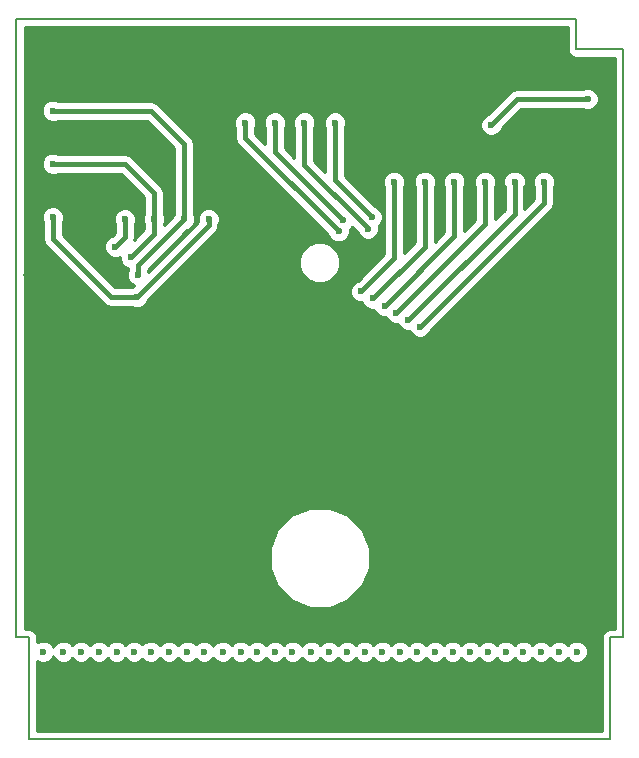
<source format=gbr>
G04 #@! TF.FileFunction,Copper,L2,Bot,Signal*
%FSLAX46Y46*%
G04 Gerber Fmt 4.6, Leading zero omitted, Abs format (unit mm)*
G04 Created by KiCad (PCBNEW 4.0.7-e1-6374~58~ubuntu17.04.1) date Tue Aug  1 22:32:49 2017*
%MOMM*%
%LPD*%
G01*
G04 APERTURE LIST*
%ADD10C,0.100000*%
%ADD11C,0.150000*%
%ADD12C,0.600000*%
%ADD13C,1.000000*%
%ADD14C,0.400000*%
%ADD15C,0.254000*%
G04 APERTURE END LIST*
D10*
D11*
X121700000Y-39000000D02*
X121700000Y-41600000D01*
X74300000Y-39000000D02*
X121700000Y-39000000D01*
X125700000Y-41600000D02*
X121700000Y-41600000D01*
X74300000Y-91400000D02*
X74300000Y-39000000D01*
X75400000Y-91400000D02*
X74300000Y-91400000D01*
X75400000Y-100000000D02*
X75400000Y-91400000D01*
X125700000Y-91400000D02*
X125700000Y-41600000D01*
X124600000Y-91400000D02*
X125700000Y-91400000D01*
X124600000Y-100000000D02*
X124600000Y-91400000D01*
X75400000Y-100000000D02*
X124600000Y-100000000D01*
D12*
X76600000Y-92600000D03*
D13*
X75400000Y-60700000D03*
D12*
X123400000Y-92600000D03*
D13*
X123400000Y-90200000D03*
X120500000Y-70200000D03*
X120000000Y-86300000D03*
X119900000Y-79800000D03*
X123000000Y-54100000D03*
X120900000Y-60100000D03*
X123900000Y-65500000D03*
X123900000Y-75500000D03*
X123900000Y-84000000D03*
X79000000Y-40800000D03*
D12*
X79800000Y-92600000D03*
X77400000Y-51300000D03*
X84000000Y-59200000D03*
X86000000Y-56000000D03*
X88500000Y-56000000D03*
X81300000Y-92600000D03*
X77400000Y-46800000D03*
X84600000Y-60700000D03*
X90600000Y-56000000D03*
X82800000Y-92600000D03*
X77400000Y-55800000D03*
X84499996Y-62600000D03*
X122700000Y-45800000D03*
X114520000Y-48000000D03*
X120250000Y-92600000D03*
X84300000Y-92600000D03*
X78300000Y-92600000D03*
X82700000Y-58300000D03*
X83500000Y-56000000D03*
X85700000Y-92600000D03*
X87250000Y-92600000D03*
X88800000Y-92600000D03*
X90200000Y-92600000D03*
X101600000Y-57000000D03*
X93700000Y-47800000D03*
X108250000Y-92600000D03*
X91800000Y-92600000D03*
X102006139Y-56086186D03*
X96200000Y-47800000D03*
X109750000Y-92600000D03*
X93300000Y-92600000D03*
X104100000Y-56800000D03*
X98700000Y-47800000D03*
X111250000Y-92600000D03*
X94700000Y-92600000D03*
X104400000Y-55800000D03*
X101300000Y-47800000D03*
X112750000Y-92600000D03*
X96200000Y-92600000D03*
X114250000Y-92600000D03*
X97700000Y-92600000D03*
X115750000Y-92600000D03*
X103500000Y-62100000D03*
X106300000Y-52800000D03*
X99300000Y-92600000D03*
X117250000Y-92600000D03*
X104499994Y-62700000D03*
X108900000Y-52800000D03*
X100800000Y-92600000D03*
X118750000Y-92600000D03*
X105500000Y-63300000D03*
X111400000Y-52800000D03*
X102300000Y-92600000D03*
X106499994Y-63900000D03*
X114000000Y-52800000D03*
X103800000Y-92600000D03*
X121750000Y-92600000D03*
X107507115Y-64507115D03*
X116500000Y-52800000D03*
X105300000Y-92600000D03*
X108500000Y-65100000D03*
X119000000Y-52800000D03*
X106800000Y-92600000D03*
D14*
X77400000Y-51300000D02*
X83500000Y-51300000D01*
X83500000Y-51300000D02*
X86000000Y-53800000D01*
X86000000Y-53800000D02*
X86000000Y-56000000D01*
X86000000Y-57200000D02*
X86000000Y-56000000D01*
X84000000Y-59200000D02*
X86000000Y-57200000D01*
X88200001Y-56299999D02*
X88500000Y-56000000D01*
X84600000Y-60700000D02*
X84600000Y-59900000D01*
X88500000Y-55575736D02*
X88500000Y-56000000D01*
X88500000Y-49600000D02*
X88500000Y-55575736D01*
X85700000Y-46800000D02*
X88500000Y-49600000D01*
X84600000Y-59900000D02*
X88200001Y-56299999D01*
X77400000Y-46800000D02*
X85700000Y-46800000D01*
X90600000Y-56424264D02*
X90600000Y-56000000D01*
X84499996Y-62600000D02*
X90600000Y-56499996D01*
X90600000Y-56499996D02*
X90600000Y-56424264D01*
X77400000Y-55800000D02*
X77400000Y-57700000D01*
X77400000Y-57700000D02*
X82300000Y-62600000D01*
X82300000Y-62600000D02*
X84499996Y-62600000D01*
X84500000Y-62600000D02*
X84499996Y-62600000D01*
X115400000Y-47120000D02*
X115220000Y-47300000D01*
X115220000Y-47300000D02*
X114520000Y-48000000D01*
X122700000Y-45800000D02*
X116720000Y-45800000D01*
X116720000Y-45800000D02*
X115220000Y-47300000D01*
X83500000Y-57500000D02*
X82700000Y-58300000D01*
X83500000Y-56000000D02*
X83500000Y-57500000D01*
X93700000Y-47800000D02*
X93700000Y-49100000D01*
X93700000Y-49100000D02*
X101600000Y-57000000D01*
X96200000Y-47800000D02*
X96200000Y-50280047D01*
X96200000Y-50280047D02*
X102006139Y-56086186D01*
X103800001Y-56500001D02*
X104100000Y-56800000D01*
X98700000Y-51400000D02*
X103800001Y-56500001D01*
X98700000Y-47800000D02*
X98700000Y-51400000D01*
X101300000Y-52700000D02*
X104100001Y-55500001D01*
X104100001Y-55500001D02*
X104400000Y-55800000D01*
X101300000Y-47800000D02*
X101300000Y-52700000D01*
X106300000Y-52800000D02*
X106300000Y-59300000D01*
X106300000Y-59300000D02*
X103500000Y-62100000D01*
X108900000Y-52800000D02*
X108900000Y-58299994D01*
X108900000Y-58299994D02*
X104499994Y-62700000D01*
X111400000Y-52800000D02*
X111400000Y-57400000D01*
X111400000Y-57400000D02*
X105500000Y-63300000D01*
X106799993Y-63600001D02*
X106499994Y-63900000D01*
X114000000Y-56399994D02*
X106799993Y-63600001D01*
X114000000Y-52800000D02*
X114000000Y-56399994D01*
X107807114Y-64207116D02*
X107507115Y-64507115D01*
X116500000Y-52800000D02*
X116500000Y-55514230D01*
X116500000Y-55514230D02*
X107807114Y-64207116D01*
X108500000Y-65100000D02*
X119000000Y-54600000D01*
X119000000Y-54600000D02*
X119000000Y-52800000D01*
D15*
G36*
X120990000Y-41600000D02*
X121044046Y-41871705D01*
X121197954Y-42102046D01*
X121428295Y-42255954D01*
X121700000Y-42310000D01*
X124990000Y-42310000D01*
X124990000Y-90690000D01*
X124600000Y-90690000D01*
X124328295Y-90744046D01*
X124097954Y-90897954D01*
X123944046Y-91128295D01*
X123890000Y-91400000D01*
X123890000Y-99290000D01*
X76110000Y-99290000D01*
X76110000Y-93408937D01*
X76413201Y-93534838D01*
X76785167Y-93535162D01*
X77128943Y-93393117D01*
X77392192Y-93130327D01*
X77449966Y-92991193D01*
X77506883Y-93128943D01*
X77769673Y-93392192D01*
X78113201Y-93534838D01*
X78485167Y-93535162D01*
X78828943Y-93393117D01*
X79050155Y-93172291D01*
X79269673Y-93392192D01*
X79613201Y-93534838D01*
X79985167Y-93535162D01*
X80328943Y-93393117D01*
X80550155Y-93172291D01*
X80769673Y-93392192D01*
X81113201Y-93534838D01*
X81485167Y-93535162D01*
X81828943Y-93393117D01*
X82050155Y-93172291D01*
X82269673Y-93392192D01*
X82613201Y-93534838D01*
X82985167Y-93535162D01*
X83328943Y-93393117D01*
X83550155Y-93172291D01*
X83769673Y-93392192D01*
X84113201Y-93534838D01*
X84485167Y-93535162D01*
X84828943Y-93393117D01*
X85000068Y-93222291D01*
X85169673Y-93392192D01*
X85513201Y-93534838D01*
X85885167Y-93535162D01*
X86228943Y-93393117D01*
X86475199Y-93147291D01*
X86719673Y-93392192D01*
X87063201Y-93534838D01*
X87435167Y-93535162D01*
X87778943Y-93393117D01*
X88025199Y-93147291D01*
X88269673Y-93392192D01*
X88613201Y-93534838D01*
X88985167Y-93535162D01*
X89328943Y-93393117D01*
X89500068Y-93222291D01*
X89669673Y-93392192D01*
X90013201Y-93534838D01*
X90385167Y-93535162D01*
X90728943Y-93393117D01*
X90992192Y-93130327D01*
X90999842Y-93111903D01*
X91006883Y-93128943D01*
X91269673Y-93392192D01*
X91613201Y-93534838D01*
X91985167Y-93535162D01*
X92328943Y-93393117D01*
X92550155Y-93172291D01*
X92769673Y-93392192D01*
X93113201Y-93534838D01*
X93485167Y-93535162D01*
X93828943Y-93393117D01*
X94000068Y-93222291D01*
X94169673Y-93392192D01*
X94513201Y-93534838D01*
X94885167Y-93535162D01*
X95228943Y-93393117D01*
X95450155Y-93172291D01*
X95669673Y-93392192D01*
X96013201Y-93534838D01*
X96385167Y-93535162D01*
X96728943Y-93393117D01*
X96950155Y-93172291D01*
X97169673Y-93392192D01*
X97513201Y-93534838D01*
X97885167Y-93535162D01*
X98228943Y-93393117D01*
X98492192Y-93130327D01*
X98499842Y-93111903D01*
X98506883Y-93128943D01*
X98769673Y-93392192D01*
X99113201Y-93534838D01*
X99485167Y-93535162D01*
X99828943Y-93393117D01*
X100050155Y-93172291D01*
X100269673Y-93392192D01*
X100613201Y-93534838D01*
X100985167Y-93535162D01*
X101328943Y-93393117D01*
X101550155Y-93172291D01*
X101769673Y-93392192D01*
X102113201Y-93534838D01*
X102485167Y-93535162D01*
X102828943Y-93393117D01*
X103050155Y-93172291D01*
X103269673Y-93392192D01*
X103613201Y-93534838D01*
X103985167Y-93535162D01*
X104328943Y-93393117D01*
X104550155Y-93172291D01*
X104769673Y-93392192D01*
X105113201Y-93534838D01*
X105485167Y-93535162D01*
X105828943Y-93393117D01*
X106050155Y-93172291D01*
X106269673Y-93392192D01*
X106613201Y-93534838D01*
X106985167Y-93535162D01*
X107328943Y-93393117D01*
X107525111Y-93197291D01*
X107719673Y-93392192D01*
X108063201Y-93534838D01*
X108435167Y-93535162D01*
X108778943Y-93393117D01*
X109000155Y-93172291D01*
X109219673Y-93392192D01*
X109563201Y-93534838D01*
X109935167Y-93535162D01*
X110278943Y-93393117D01*
X110500155Y-93172291D01*
X110719673Y-93392192D01*
X111063201Y-93534838D01*
X111435167Y-93535162D01*
X111778943Y-93393117D01*
X112000155Y-93172291D01*
X112219673Y-93392192D01*
X112563201Y-93534838D01*
X112935167Y-93535162D01*
X113278943Y-93393117D01*
X113500155Y-93172291D01*
X113719673Y-93392192D01*
X114063201Y-93534838D01*
X114435167Y-93535162D01*
X114778943Y-93393117D01*
X115000155Y-93172291D01*
X115219673Y-93392192D01*
X115563201Y-93534838D01*
X115935167Y-93535162D01*
X116278943Y-93393117D01*
X116500155Y-93172291D01*
X116719673Y-93392192D01*
X117063201Y-93534838D01*
X117435167Y-93535162D01*
X117778943Y-93393117D01*
X118000155Y-93172291D01*
X118219673Y-93392192D01*
X118563201Y-93534838D01*
X118935167Y-93535162D01*
X119278943Y-93393117D01*
X119500155Y-93172291D01*
X119719673Y-93392192D01*
X120063201Y-93534838D01*
X120435167Y-93535162D01*
X120778943Y-93393117D01*
X121000155Y-93172291D01*
X121219673Y-93392192D01*
X121563201Y-93534838D01*
X121935167Y-93535162D01*
X122278943Y-93393117D01*
X122542192Y-93130327D01*
X122684838Y-92786799D01*
X122685162Y-92414833D01*
X122543117Y-92071057D01*
X122280327Y-91807808D01*
X121936799Y-91665162D01*
X121564833Y-91664838D01*
X121221057Y-91806883D01*
X120999845Y-92027709D01*
X120780327Y-91807808D01*
X120436799Y-91665162D01*
X120064833Y-91664838D01*
X119721057Y-91806883D01*
X119499845Y-92027709D01*
X119280327Y-91807808D01*
X118936799Y-91665162D01*
X118564833Y-91664838D01*
X118221057Y-91806883D01*
X117999845Y-92027709D01*
X117780327Y-91807808D01*
X117436799Y-91665162D01*
X117064833Y-91664838D01*
X116721057Y-91806883D01*
X116499845Y-92027709D01*
X116280327Y-91807808D01*
X115936799Y-91665162D01*
X115564833Y-91664838D01*
X115221057Y-91806883D01*
X114999845Y-92027709D01*
X114780327Y-91807808D01*
X114436799Y-91665162D01*
X114064833Y-91664838D01*
X113721057Y-91806883D01*
X113499845Y-92027709D01*
X113280327Y-91807808D01*
X112936799Y-91665162D01*
X112564833Y-91664838D01*
X112221057Y-91806883D01*
X111999845Y-92027709D01*
X111780327Y-91807808D01*
X111436799Y-91665162D01*
X111064833Y-91664838D01*
X110721057Y-91806883D01*
X110499845Y-92027709D01*
X110280327Y-91807808D01*
X109936799Y-91665162D01*
X109564833Y-91664838D01*
X109221057Y-91806883D01*
X108999845Y-92027709D01*
X108780327Y-91807808D01*
X108436799Y-91665162D01*
X108064833Y-91664838D01*
X107721057Y-91806883D01*
X107524889Y-92002709D01*
X107330327Y-91807808D01*
X106986799Y-91665162D01*
X106614833Y-91664838D01*
X106271057Y-91806883D01*
X106049845Y-92027709D01*
X105830327Y-91807808D01*
X105486799Y-91665162D01*
X105114833Y-91664838D01*
X104771057Y-91806883D01*
X104549845Y-92027709D01*
X104330327Y-91807808D01*
X103986799Y-91665162D01*
X103614833Y-91664838D01*
X103271057Y-91806883D01*
X103049845Y-92027709D01*
X102830327Y-91807808D01*
X102486799Y-91665162D01*
X102114833Y-91664838D01*
X101771057Y-91806883D01*
X101549845Y-92027709D01*
X101330327Y-91807808D01*
X100986799Y-91665162D01*
X100614833Y-91664838D01*
X100271057Y-91806883D01*
X100049845Y-92027709D01*
X99830327Y-91807808D01*
X99486799Y-91665162D01*
X99114833Y-91664838D01*
X98771057Y-91806883D01*
X98507808Y-92069673D01*
X98500158Y-92088097D01*
X98493117Y-92071057D01*
X98230327Y-91807808D01*
X97886799Y-91665162D01*
X97514833Y-91664838D01*
X97171057Y-91806883D01*
X96949845Y-92027709D01*
X96730327Y-91807808D01*
X96386799Y-91665162D01*
X96014833Y-91664838D01*
X95671057Y-91806883D01*
X95449845Y-92027709D01*
X95230327Y-91807808D01*
X94886799Y-91665162D01*
X94514833Y-91664838D01*
X94171057Y-91806883D01*
X93999932Y-91977709D01*
X93830327Y-91807808D01*
X93486799Y-91665162D01*
X93114833Y-91664838D01*
X92771057Y-91806883D01*
X92549845Y-92027709D01*
X92330327Y-91807808D01*
X91986799Y-91665162D01*
X91614833Y-91664838D01*
X91271057Y-91806883D01*
X91007808Y-92069673D01*
X91000158Y-92088097D01*
X90993117Y-92071057D01*
X90730327Y-91807808D01*
X90386799Y-91665162D01*
X90014833Y-91664838D01*
X89671057Y-91806883D01*
X89499932Y-91977709D01*
X89330327Y-91807808D01*
X88986799Y-91665162D01*
X88614833Y-91664838D01*
X88271057Y-91806883D01*
X88024801Y-92052709D01*
X87780327Y-91807808D01*
X87436799Y-91665162D01*
X87064833Y-91664838D01*
X86721057Y-91806883D01*
X86474801Y-92052709D01*
X86230327Y-91807808D01*
X85886799Y-91665162D01*
X85514833Y-91664838D01*
X85171057Y-91806883D01*
X84999932Y-91977709D01*
X84830327Y-91807808D01*
X84486799Y-91665162D01*
X84114833Y-91664838D01*
X83771057Y-91806883D01*
X83549845Y-92027709D01*
X83330327Y-91807808D01*
X82986799Y-91665162D01*
X82614833Y-91664838D01*
X82271057Y-91806883D01*
X82049845Y-92027709D01*
X81830327Y-91807808D01*
X81486799Y-91665162D01*
X81114833Y-91664838D01*
X80771057Y-91806883D01*
X80549845Y-92027709D01*
X80330327Y-91807808D01*
X79986799Y-91665162D01*
X79614833Y-91664838D01*
X79271057Y-91806883D01*
X79049845Y-92027709D01*
X78830327Y-91807808D01*
X78486799Y-91665162D01*
X78114833Y-91664838D01*
X77771057Y-91806883D01*
X77507808Y-92069673D01*
X77450034Y-92208807D01*
X77393117Y-92071057D01*
X77130327Y-91807808D01*
X76786799Y-91665162D01*
X76414833Y-91664838D01*
X76110000Y-91790792D01*
X76110000Y-91400000D01*
X76055954Y-91128295D01*
X75902046Y-90897954D01*
X75671705Y-90744046D01*
X75400000Y-90690000D01*
X75010000Y-90690000D01*
X75010000Y-85488698D01*
X95764266Y-85488698D01*
X96407648Y-87045801D01*
X97597933Y-88238165D01*
X99153911Y-88884264D01*
X100838698Y-88885734D01*
X102395801Y-88242352D01*
X103588165Y-87052067D01*
X104234264Y-85496089D01*
X104235734Y-83811302D01*
X103592352Y-82254199D01*
X102402067Y-81061835D01*
X100846089Y-80415736D01*
X99161302Y-80414266D01*
X97604199Y-81057648D01*
X96411835Y-82247933D01*
X95765736Y-83803911D01*
X95764266Y-85488698D01*
X75010000Y-85488698D01*
X75010000Y-46985167D01*
X76464838Y-46985167D01*
X76606883Y-47328943D01*
X76869673Y-47592192D01*
X77213201Y-47734838D01*
X77585167Y-47735162D01*
X77827578Y-47635000D01*
X85354132Y-47635000D01*
X87665000Y-49945868D01*
X87665000Y-55572766D01*
X87607222Y-55711910D01*
X86835000Y-56484132D01*
X86835000Y-56427234D01*
X86934838Y-56186799D01*
X86935162Y-55814833D01*
X86835000Y-55572422D01*
X86835000Y-53800000D01*
X86771439Y-53480459D01*
X86590434Y-53209566D01*
X84090434Y-50709566D01*
X83819541Y-50528561D01*
X83500000Y-50465000D01*
X77827234Y-50465000D01*
X77586799Y-50365162D01*
X77214833Y-50364838D01*
X76871057Y-50506883D01*
X76607808Y-50769673D01*
X76465162Y-51113201D01*
X76464838Y-51485167D01*
X76606883Y-51828943D01*
X76869673Y-52092192D01*
X77213201Y-52234838D01*
X77585167Y-52235162D01*
X77827578Y-52135000D01*
X83154132Y-52135000D01*
X85165000Y-54145868D01*
X85165000Y-55572766D01*
X85065162Y-55813201D01*
X85064838Y-56185167D01*
X85165000Y-56427578D01*
X85165000Y-56854132D01*
X84289279Y-57729853D01*
X84335000Y-57500000D01*
X84335000Y-56427234D01*
X84434838Y-56186799D01*
X84435162Y-55814833D01*
X84293117Y-55471057D01*
X84030327Y-55207808D01*
X83686799Y-55065162D01*
X83314833Y-55064838D01*
X82971057Y-55206883D01*
X82707808Y-55469673D01*
X82565162Y-55813201D01*
X82564838Y-56185167D01*
X82665000Y-56427578D01*
X82665000Y-57154132D01*
X82411667Y-57407465D01*
X82171057Y-57506883D01*
X81907808Y-57769673D01*
X81765162Y-58113201D01*
X81764838Y-58485167D01*
X81906883Y-58828943D01*
X82169673Y-59092192D01*
X82513201Y-59234838D01*
X82885167Y-59235162D01*
X83065033Y-59160843D01*
X83064838Y-59385167D01*
X83206883Y-59728943D01*
X83469673Y-59992192D01*
X83765000Y-60114823D01*
X83765000Y-60272766D01*
X83665162Y-60513201D01*
X83664838Y-60885167D01*
X83806883Y-61228943D01*
X84069673Y-61492192D01*
X84322113Y-61597015D01*
X84211663Y-61707465D01*
X84072418Y-61765000D01*
X82645868Y-61765000D01*
X78235000Y-57354132D01*
X78235000Y-56227234D01*
X78334838Y-55986799D01*
X78335162Y-55614833D01*
X78193117Y-55271057D01*
X77930327Y-55007808D01*
X77586799Y-54865162D01*
X77214833Y-54864838D01*
X76871057Y-55006883D01*
X76607808Y-55269673D01*
X76465162Y-55613201D01*
X76464838Y-55985167D01*
X76565000Y-56227578D01*
X76565000Y-57700000D01*
X76628561Y-58019541D01*
X76721621Y-58158815D01*
X76809566Y-58290434D01*
X81709566Y-63190434D01*
X81980459Y-63371439D01*
X82300000Y-63435000D01*
X84072762Y-63435000D01*
X84313197Y-63534838D01*
X84685163Y-63535162D01*
X85028939Y-63393117D01*
X85292188Y-63130327D01*
X85392774Y-62888090D01*
X85995697Y-62285167D01*
X102564838Y-62285167D01*
X102706883Y-62628943D01*
X102969673Y-62892192D01*
X103313201Y-63034838D01*
X103626788Y-63035111D01*
X103706877Y-63228943D01*
X103969667Y-63492192D01*
X104313195Y-63634838D01*
X104626794Y-63635111D01*
X104706883Y-63828943D01*
X104969673Y-64092192D01*
X105313201Y-64234838D01*
X105626788Y-64235111D01*
X105706877Y-64428943D01*
X105969667Y-64692192D01*
X106313195Y-64834838D01*
X106630970Y-64835115D01*
X106713998Y-65036058D01*
X106976788Y-65299307D01*
X107320316Y-65441953D01*
X107629732Y-65442223D01*
X107706883Y-65628943D01*
X107969673Y-65892192D01*
X108313201Y-66034838D01*
X108685167Y-66035162D01*
X109028943Y-65893117D01*
X109292192Y-65630327D01*
X109392778Y-65388090D01*
X119590434Y-55190434D01*
X119674138Y-55065162D01*
X119771439Y-54919541D01*
X119835000Y-54600000D01*
X119835000Y-53227234D01*
X119934838Y-52986799D01*
X119935162Y-52614833D01*
X119793117Y-52271057D01*
X119530327Y-52007808D01*
X119186799Y-51865162D01*
X118814833Y-51864838D01*
X118471057Y-52006883D01*
X118207808Y-52269673D01*
X118065162Y-52613201D01*
X118064838Y-52985167D01*
X118165000Y-53227578D01*
X118165000Y-54254132D01*
X117335000Y-55084132D01*
X117335000Y-53227234D01*
X117434838Y-52986799D01*
X117435162Y-52614833D01*
X117293117Y-52271057D01*
X117030327Y-52007808D01*
X116686799Y-51865162D01*
X116314833Y-51864838D01*
X115971057Y-52006883D01*
X115707808Y-52269673D01*
X115565162Y-52613201D01*
X115564838Y-52985167D01*
X115665000Y-53227578D01*
X115665000Y-55168362D01*
X114835000Y-55998362D01*
X114835000Y-53227234D01*
X114934838Y-52986799D01*
X114935162Y-52614833D01*
X114793117Y-52271057D01*
X114530327Y-52007808D01*
X114186799Y-51865162D01*
X113814833Y-51864838D01*
X113471057Y-52006883D01*
X113207808Y-52269673D01*
X113065162Y-52613201D01*
X113064838Y-52985167D01*
X113165000Y-53227578D01*
X113165000Y-56054126D01*
X112235000Y-56984126D01*
X112235000Y-53227234D01*
X112334838Y-52986799D01*
X112335162Y-52614833D01*
X112193117Y-52271057D01*
X111930327Y-52007808D01*
X111586799Y-51865162D01*
X111214833Y-51864838D01*
X110871057Y-52006883D01*
X110607808Y-52269673D01*
X110465162Y-52613201D01*
X110464838Y-52985167D01*
X110565000Y-53227578D01*
X110565000Y-57054132D01*
X109735000Y-57884132D01*
X109735000Y-53227234D01*
X109834838Y-52986799D01*
X109835162Y-52614833D01*
X109693117Y-52271057D01*
X109430327Y-52007808D01*
X109086799Y-51865162D01*
X108714833Y-51864838D01*
X108371057Y-52006883D01*
X108107808Y-52269673D01*
X107965162Y-52613201D01*
X107964838Y-52985167D01*
X108065000Y-53227578D01*
X108065000Y-57954126D01*
X107135000Y-58884126D01*
X107135000Y-53227234D01*
X107234838Y-52986799D01*
X107235162Y-52614833D01*
X107093117Y-52271057D01*
X106830327Y-52007808D01*
X106486799Y-51865162D01*
X106114833Y-51864838D01*
X105771057Y-52006883D01*
X105507808Y-52269673D01*
X105365162Y-52613201D01*
X105364838Y-52985167D01*
X105465000Y-53227578D01*
X105465000Y-58954132D01*
X103211667Y-61207465D01*
X102971057Y-61306883D01*
X102707808Y-61569673D01*
X102565162Y-61913201D01*
X102564838Y-62285167D01*
X85995697Y-62285167D01*
X88282314Y-59998550D01*
X98239696Y-59998550D01*
X98507075Y-60645657D01*
X99001739Y-61141185D01*
X99648379Y-61409693D01*
X100348550Y-61410304D01*
X100995657Y-61142925D01*
X101491185Y-60648261D01*
X101759693Y-60001621D01*
X101760304Y-59301450D01*
X101492925Y-58654343D01*
X100998261Y-58158815D01*
X100351621Y-57890307D01*
X99651450Y-57889696D01*
X99004343Y-58157075D01*
X98508815Y-58651739D01*
X98240307Y-59298379D01*
X98239696Y-59998550D01*
X88282314Y-59998550D01*
X91190434Y-57090430D01*
X91236593Y-57021348D01*
X91371439Y-56819537D01*
X91435000Y-56499996D01*
X91435000Y-56427234D01*
X91534838Y-56186799D01*
X91535162Y-55814833D01*
X91393117Y-55471057D01*
X91130327Y-55207808D01*
X90786799Y-55065162D01*
X90414833Y-55064838D01*
X90071057Y-55206883D01*
X89807808Y-55469673D01*
X89665162Y-55813201D01*
X89664838Y-56185167D01*
X89685048Y-56234080D01*
X85496899Y-60422229D01*
X85435000Y-60272422D01*
X85435000Y-60245868D01*
X88788333Y-56892535D01*
X89028943Y-56793117D01*
X89292192Y-56530327D01*
X89434838Y-56186799D01*
X89435162Y-55814833D01*
X89335000Y-55572422D01*
X89335000Y-49600000D01*
X89271439Y-49280459D01*
X89090434Y-49009566D01*
X88066035Y-47985167D01*
X92764838Y-47985167D01*
X92865000Y-48227578D01*
X92865000Y-49100000D01*
X92928561Y-49419541D01*
X92945604Y-49445047D01*
X93109566Y-49690434D01*
X100707465Y-57288333D01*
X100806883Y-57528943D01*
X101069673Y-57792192D01*
X101413201Y-57934838D01*
X101785167Y-57935162D01*
X102128943Y-57793117D01*
X102392192Y-57530327D01*
X102534838Y-57186799D01*
X102535106Y-56879279D01*
X102766961Y-56647829D01*
X103207465Y-57088333D01*
X103306883Y-57328943D01*
X103569673Y-57592192D01*
X103913201Y-57734838D01*
X104285167Y-57735162D01*
X104628943Y-57593117D01*
X104892192Y-57330327D01*
X105034838Y-56986799D01*
X105035162Y-56614833D01*
X104997791Y-56524389D01*
X105192192Y-56330327D01*
X105334838Y-55986799D01*
X105335162Y-55614833D01*
X105193117Y-55271057D01*
X104930327Y-55007808D01*
X104688090Y-54907222D01*
X102135000Y-52354132D01*
X102135000Y-48227234D01*
X102152467Y-48185167D01*
X113584838Y-48185167D01*
X113726883Y-48528943D01*
X113989673Y-48792192D01*
X114333201Y-48934838D01*
X114705167Y-48935162D01*
X115048943Y-48793117D01*
X115312192Y-48530327D01*
X115412778Y-48288091D01*
X115810434Y-47890435D01*
X115810436Y-47890432D01*
X117065868Y-46635000D01*
X122272766Y-46635000D01*
X122513201Y-46734838D01*
X122885167Y-46735162D01*
X123228943Y-46593117D01*
X123492192Y-46330327D01*
X123634838Y-45986799D01*
X123635162Y-45614833D01*
X123493117Y-45271057D01*
X123230327Y-45007808D01*
X122886799Y-44865162D01*
X122514833Y-44864838D01*
X122272422Y-44965000D01*
X116720000Y-44965000D01*
X116400459Y-45028561D01*
X116129566Y-45209566D01*
X114629568Y-46709564D01*
X114629565Y-46709566D01*
X114231666Y-47107466D01*
X113991057Y-47206883D01*
X113727808Y-47469673D01*
X113585162Y-47813201D01*
X113584838Y-48185167D01*
X102152467Y-48185167D01*
X102234838Y-47986799D01*
X102235162Y-47614833D01*
X102093117Y-47271057D01*
X101830327Y-47007808D01*
X101486799Y-46865162D01*
X101114833Y-46864838D01*
X100771057Y-47006883D01*
X100507808Y-47269673D01*
X100365162Y-47613201D01*
X100364838Y-47985167D01*
X100465000Y-48227578D01*
X100465000Y-51984132D01*
X99535000Y-51054132D01*
X99535000Y-48227234D01*
X99634838Y-47986799D01*
X99635162Y-47614833D01*
X99493117Y-47271057D01*
X99230327Y-47007808D01*
X98886799Y-46865162D01*
X98514833Y-46864838D01*
X98171057Y-47006883D01*
X97907808Y-47269673D01*
X97765162Y-47613201D01*
X97764838Y-47985167D01*
X97865000Y-48227578D01*
X97865000Y-50764179D01*
X97035000Y-49934179D01*
X97035000Y-48227234D01*
X97134838Y-47986799D01*
X97135162Y-47614833D01*
X96993117Y-47271057D01*
X96730327Y-47007808D01*
X96386799Y-46865162D01*
X96014833Y-46864838D01*
X95671057Y-47006883D01*
X95407808Y-47269673D01*
X95265162Y-47613201D01*
X95264838Y-47985167D01*
X95365000Y-48227578D01*
X95365000Y-49584132D01*
X94535000Y-48754132D01*
X94535000Y-48227234D01*
X94634838Y-47986799D01*
X94635162Y-47614833D01*
X94493117Y-47271057D01*
X94230327Y-47007808D01*
X93886799Y-46865162D01*
X93514833Y-46864838D01*
X93171057Y-47006883D01*
X92907808Y-47269673D01*
X92765162Y-47613201D01*
X92764838Y-47985167D01*
X88066035Y-47985167D01*
X86290434Y-46209566D01*
X86155702Y-46119541D01*
X86019541Y-46028561D01*
X85700000Y-45965000D01*
X77827234Y-45965000D01*
X77586799Y-45865162D01*
X77214833Y-45864838D01*
X76871057Y-46006883D01*
X76607808Y-46269673D01*
X76465162Y-46613201D01*
X76464838Y-46985167D01*
X75010000Y-46985167D01*
X75010000Y-39710000D01*
X120990000Y-39710000D01*
X120990000Y-41600000D01*
X120990000Y-41600000D01*
G37*
X120990000Y-41600000D02*
X121044046Y-41871705D01*
X121197954Y-42102046D01*
X121428295Y-42255954D01*
X121700000Y-42310000D01*
X124990000Y-42310000D01*
X124990000Y-90690000D01*
X124600000Y-90690000D01*
X124328295Y-90744046D01*
X124097954Y-90897954D01*
X123944046Y-91128295D01*
X123890000Y-91400000D01*
X123890000Y-99290000D01*
X76110000Y-99290000D01*
X76110000Y-93408937D01*
X76413201Y-93534838D01*
X76785167Y-93535162D01*
X77128943Y-93393117D01*
X77392192Y-93130327D01*
X77449966Y-92991193D01*
X77506883Y-93128943D01*
X77769673Y-93392192D01*
X78113201Y-93534838D01*
X78485167Y-93535162D01*
X78828943Y-93393117D01*
X79050155Y-93172291D01*
X79269673Y-93392192D01*
X79613201Y-93534838D01*
X79985167Y-93535162D01*
X80328943Y-93393117D01*
X80550155Y-93172291D01*
X80769673Y-93392192D01*
X81113201Y-93534838D01*
X81485167Y-93535162D01*
X81828943Y-93393117D01*
X82050155Y-93172291D01*
X82269673Y-93392192D01*
X82613201Y-93534838D01*
X82985167Y-93535162D01*
X83328943Y-93393117D01*
X83550155Y-93172291D01*
X83769673Y-93392192D01*
X84113201Y-93534838D01*
X84485167Y-93535162D01*
X84828943Y-93393117D01*
X85000068Y-93222291D01*
X85169673Y-93392192D01*
X85513201Y-93534838D01*
X85885167Y-93535162D01*
X86228943Y-93393117D01*
X86475199Y-93147291D01*
X86719673Y-93392192D01*
X87063201Y-93534838D01*
X87435167Y-93535162D01*
X87778943Y-93393117D01*
X88025199Y-93147291D01*
X88269673Y-93392192D01*
X88613201Y-93534838D01*
X88985167Y-93535162D01*
X89328943Y-93393117D01*
X89500068Y-93222291D01*
X89669673Y-93392192D01*
X90013201Y-93534838D01*
X90385167Y-93535162D01*
X90728943Y-93393117D01*
X90992192Y-93130327D01*
X90999842Y-93111903D01*
X91006883Y-93128943D01*
X91269673Y-93392192D01*
X91613201Y-93534838D01*
X91985167Y-93535162D01*
X92328943Y-93393117D01*
X92550155Y-93172291D01*
X92769673Y-93392192D01*
X93113201Y-93534838D01*
X93485167Y-93535162D01*
X93828943Y-93393117D01*
X94000068Y-93222291D01*
X94169673Y-93392192D01*
X94513201Y-93534838D01*
X94885167Y-93535162D01*
X95228943Y-93393117D01*
X95450155Y-93172291D01*
X95669673Y-93392192D01*
X96013201Y-93534838D01*
X96385167Y-93535162D01*
X96728943Y-93393117D01*
X96950155Y-93172291D01*
X97169673Y-93392192D01*
X97513201Y-93534838D01*
X97885167Y-93535162D01*
X98228943Y-93393117D01*
X98492192Y-93130327D01*
X98499842Y-93111903D01*
X98506883Y-93128943D01*
X98769673Y-93392192D01*
X99113201Y-93534838D01*
X99485167Y-93535162D01*
X99828943Y-93393117D01*
X100050155Y-93172291D01*
X100269673Y-93392192D01*
X100613201Y-93534838D01*
X100985167Y-93535162D01*
X101328943Y-93393117D01*
X101550155Y-93172291D01*
X101769673Y-93392192D01*
X102113201Y-93534838D01*
X102485167Y-93535162D01*
X102828943Y-93393117D01*
X103050155Y-93172291D01*
X103269673Y-93392192D01*
X103613201Y-93534838D01*
X103985167Y-93535162D01*
X104328943Y-93393117D01*
X104550155Y-93172291D01*
X104769673Y-93392192D01*
X105113201Y-93534838D01*
X105485167Y-93535162D01*
X105828943Y-93393117D01*
X106050155Y-93172291D01*
X106269673Y-93392192D01*
X106613201Y-93534838D01*
X106985167Y-93535162D01*
X107328943Y-93393117D01*
X107525111Y-93197291D01*
X107719673Y-93392192D01*
X108063201Y-93534838D01*
X108435167Y-93535162D01*
X108778943Y-93393117D01*
X109000155Y-93172291D01*
X109219673Y-93392192D01*
X109563201Y-93534838D01*
X109935167Y-93535162D01*
X110278943Y-93393117D01*
X110500155Y-93172291D01*
X110719673Y-93392192D01*
X111063201Y-93534838D01*
X111435167Y-93535162D01*
X111778943Y-93393117D01*
X112000155Y-93172291D01*
X112219673Y-93392192D01*
X112563201Y-93534838D01*
X112935167Y-93535162D01*
X113278943Y-93393117D01*
X113500155Y-93172291D01*
X113719673Y-93392192D01*
X114063201Y-93534838D01*
X114435167Y-93535162D01*
X114778943Y-93393117D01*
X115000155Y-93172291D01*
X115219673Y-93392192D01*
X115563201Y-93534838D01*
X115935167Y-93535162D01*
X116278943Y-93393117D01*
X116500155Y-93172291D01*
X116719673Y-93392192D01*
X117063201Y-93534838D01*
X117435167Y-93535162D01*
X117778943Y-93393117D01*
X118000155Y-93172291D01*
X118219673Y-93392192D01*
X118563201Y-93534838D01*
X118935167Y-93535162D01*
X119278943Y-93393117D01*
X119500155Y-93172291D01*
X119719673Y-93392192D01*
X120063201Y-93534838D01*
X120435167Y-93535162D01*
X120778943Y-93393117D01*
X121000155Y-93172291D01*
X121219673Y-93392192D01*
X121563201Y-93534838D01*
X121935167Y-93535162D01*
X122278943Y-93393117D01*
X122542192Y-93130327D01*
X122684838Y-92786799D01*
X122685162Y-92414833D01*
X122543117Y-92071057D01*
X122280327Y-91807808D01*
X121936799Y-91665162D01*
X121564833Y-91664838D01*
X121221057Y-91806883D01*
X120999845Y-92027709D01*
X120780327Y-91807808D01*
X120436799Y-91665162D01*
X120064833Y-91664838D01*
X119721057Y-91806883D01*
X119499845Y-92027709D01*
X119280327Y-91807808D01*
X118936799Y-91665162D01*
X118564833Y-91664838D01*
X118221057Y-91806883D01*
X117999845Y-92027709D01*
X117780327Y-91807808D01*
X117436799Y-91665162D01*
X117064833Y-91664838D01*
X116721057Y-91806883D01*
X116499845Y-92027709D01*
X116280327Y-91807808D01*
X115936799Y-91665162D01*
X115564833Y-91664838D01*
X115221057Y-91806883D01*
X114999845Y-92027709D01*
X114780327Y-91807808D01*
X114436799Y-91665162D01*
X114064833Y-91664838D01*
X113721057Y-91806883D01*
X113499845Y-92027709D01*
X113280327Y-91807808D01*
X112936799Y-91665162D01*
X112564833Y-91664838D01*
X112221057Y-91806883D01*
X111999845Y-92027709D01*
X111780327Y-91807808D01*
X111436799Y-91665162D01*
X111064833Y-91664838D01*
X110721057Y-91806883D01*
X110499845Y-92027709D01*
X110280327Y-91807808D01*
X109936799Y-91665162D01*
X109564833Y-91664838D01*
X109221057Y-91806883D01*
X108999845Y-92027709D01*
X108780327Y-91807808D01*
X108436799Y-91665162D01*
X108064833Y-91664838D01*
X107721057Y-91806883D01*
X107524889Y-92002709D01*
X107330327Y-91807808D01*
X106986799Y-91665162D01*
X106614833Y-91664838D01*
X106271057Y-91806883D01*
X106049845Y-92027709D01*
X105830327Y-91807808D01*
X105486799Y-91665162D01*
X105114833Y-91664838D01*
X104771057Y-91806883D01*
X104549845Y-92027709D01*
X104330327Y-91807808D01*
X103986799Y-91665162D01*
X103614833Y-91664838D01*
X103271057Y-91806883D01*
X103049845Y-92027709D01*
X102830327Y-91807808D01*
X102486799Y-91665162D01*
X102114833Y-91664838D01*
X101771057Y-91806883D01*
X101549845Y-92027709D01*
X101330327Y-91807808D01*
X100986799Y-91665162D01*
X100614833Y-91664838D01*
X100271057Y-91806883D01*
X100049845Y-92027709D01*
X99830327Y-91807808D01*
X99486799Y-91665162D01*
X99114833Y-91664838D01*
X98771057Y-91806883D01*
X98507808Y-92069673D01*
X98500158Y-92088097D01*
X98493117Y-92071057D01*
X98230327Y-91807808D01*
X97886799Y-91665162D01*
X97514833Y-91664838D01*
X97171057Y-91806883D01*
X96949845Y-92027709D01*
X96730327Y-91807808D01*
X96386799Y-91665162D01*
X96014833Y-91664838D01*
X95671057Y-91806883D01*
X95449845Y-92027709D01*
X95230327Y-91807808D01*
X94886799Y-91665162D01*
X94514833Y-91664838D01*
X94171057Y-91806883D01*
X93999932Y-91977709D01*
X93830327Y-91807808D01*
X93486799Y-91665162D01*
X93114833Y-91664838D01*
X92771057Y-91806883D01*
X92549845Y-92027709D01*
X92330327Y-91807808D01*
X91986799Y-91665162D01*
X91614833Y-91664838D01*
X91271057Y-91806883D01*
X91007808Y-92069673D01*
X91000158Y-92088097D01*
X90993117Y-92071057D01*
X90730327Y-91807808D01*
X90386799Y-91665162D01*
X90014833Y-91664838D01*
X89671057Y-91806883D01*
X89499932Y-91977709D01*
X89330327Y-91807808D01*
X88986799Y-91665162D01*
X88614833Y-91664838D01*
X88271057Y-91806883D01*
X88024801Y-92052709D01*
X87780327Y-91807808D01*
X87436799Y-91665162D01*
X87064833Y-91664838D01*
X86721057Y-91806883D01*
X86474801Y-92052709D01*
X86230327Y-91807808D01*
X85886799Y-91665162D01*
X85514833Y-91664838D01*
X85171057Y-91806883D01*
X84999932Y-91977709D01*
X84830327Y-91807808D01*
X84486799Y-91665162D01*
X84114833Y-91664838D01*
X83771057Y-91806883D01*
X83549845Y-92027709D01*
X83330327Y-91807808D01*
X82986799Y-91665162D01*
X82614833Y-91664838D01*
X82271057Y-91806883D01*
X82049845Y-92027709D01*
X81830327Y-91807808D01*
X81486799Y-91665162D01*
X81114833Y-91664838D01*
X80771057Y-91806883D01*
X80549845Y-92027709D01*
X80330327Y-91807808D01*
X79986799Y-91665162D01*
X79614833Y-91664838D01*
X79271057Y-91806883D01*
X79049845Y-92027709D01*
X78830327Y-91807808D01*
X78486799Y-91665162D01*
X78114833Y-91664838D01*
X77771057Y-91806883D01*
X77507808Y-92069673D01*
X77450034Y-92208807D01*
X77393117Y-92071057D01*
X77130327Y-91807808D01*
X76786799Y-91665162D01*
X76414833Y-91664838D01*
X76110000Y-91790792D01*
X76110000Y-91400000D01*
X76055954Y-91128295D01*
X75902046Y-90897954D01*
X75671705Y-90744046D01*
X75400000Y-90690000D01*
X75010000Y-90690000D01*
X75010000Y-85488698D01*
X95764266Y-85488698D01*
X96407648Y-87045801D01*
X97597933Y-88238165D01*
X99153911Y-88884264D01*
X100838698Y-88885734D01*
X102395801Y-88242352D01*
X103588165Y-87052067D01*
X104234264Y-85496089D01*
X104235734Y-83811302D01*
X103592352Y-82254199D01*
X102402067Y-81061835D01*
X100846089Y-80415736D01*
X99161302Y-80414266D01*
X97604199Y-81057648D01*
X96411835Y-82247933D01*
X95765736Y-83803911D01*
X95764266Y-85488698D01*
X75010000Y-85488698D01*
X75010000Y-46985167D01*
X76464838Y-46985167D01*
X76606883Y-47328943D01*
X76869673Y-47592192D01*
X77213201Y-47734838D01*
X77585167Y-47735162D01*
X77827578Y-47635000D01*
X85354132Y-47635000D01*
X87665000Y-49945868D01*
X87665000Y-55572766D01*
X87607222Y-55711910D01*
X86835000Y-56484132D01*
X86835000Y-56427234D01*
X86934838Y-56186799D01*
X86935162Y-55814833D01*
X86835000Y-55572422D01*
X86835000Y-53800000D01*
X86771439Y-53480459D01*
X86590434Y-53209566D01*
X84090434Y-50709566D01*
X83819541Y-50528561D01*
X83500000Y-50465000D01*
X77827234Y-50465000D01*
X77586799Y-50365162D01*
X77214833Y-50364838D01*
X76871057Y-50506883D01*
X76607808Y-50769673D01*
X76465162Y-51113201D01*
X76464838Y-51485167D01*
X76606883Y-51828943D01*
X76869673Y-52092192D01*
X77213201Y-52234838D01*
X77585167Y-52235162D01*
X77827578Y-52135000D01*
X83154132Y-52135000D01*
X85165000Y-54145868D01*
X85165000Y-55572766D01*
X85065162Y-55813201D01*
X85064838Y-56185167D01*
X85165000Y-56427578D01*
X85165000Y-56854132D01*
X84289279Y-57729853D01*
X84335000Y-57500000D01*
X84335000Y-56427234D01*
X84434838Y-56186799D01*
X84435162Y-55814833D01*
X84293117Y-55471057D01*
X84030327Y-55207808D01*
X83686799Y-55065162D01*
X83314833Y-55064838D01*
X82971057Y-55206883D01*
X82707808Y-55469673D01*
X82565162Y-55813201D01*
X82564838Y-56185167D01*
X82665000Y-56427578D01*
X82665000Y-57154132D01*
X82411667Y-57407465D01*
X82171057Y-57506883D01*
X81907808Y-57769673D01*
X81765162Y-58113201D01*
X81764838Y-58485167D01*
X81906883Y-58828943D01*
X82169673Y-59092192D01*
X82513201Y-59234838D01*
X82885167Y-59235162D01*
X83065033Y-59160843D01*
X83064838Y-59385167D01*
X83206883Y-59728943D01*
X83469673Y-59992192D01*
X83765000Y-60114823D01*
X83765000Y-60272766D01*
X83665162Y-60513201D01*
X83664838Y-60885167D01*
X83806883Y-61228943D01*
X84069673Y-61492192D01*
X84322113Y-61597015D01*
X84211663Y-61707465D01*
X84072418Y-61765000D01*
X82645868Y-61765000D01*
X78235000Y-57354132D01*
X78235000Y-56227234D01*
X78334838Y-55986799D01*
X78335162Y-55614833D01*
X78193117Y-55271057D01*
X77930327Y-55007808D01*
X77586799Y-54865162D01*
X77214833Y-54864838D01*
X76871057Y-55006883D01*
X76607808Y-55269673D01*
X76465162Y-55613201D01*
X76464838Y-55985167D01*
X76565000Y-56227578D01*
X76565000Y-57700000D01*
X76628561Y-58019541D01*
X76721621Y-58158815D01*
X76809566Y-58290434D01*
X81709566Y-63190434D01*
X81980459Y-63371439D01*
X82300000Y-63435000D01*
X84072762Y-63435000D01*
X84313197Y-63534838D01*
X84685163Y-63535162D01*
X85028939Y-63393117D01*
X85292188Y-63130327D01*
X85392774Y-62888090D01*
X85995697Y-62285167D01*
X102564838Y-62285167D01*
X102706883Y-62628943D01*
X102969673Y-62892192D01*
X103313201Y-63034838D01*
X103626788Y-63035111D01*
X103706877Y-63228943D01*
X103969667Y-63492192D01*
X104313195Y-63634838D01*
X104626794Y-63635111D01*
X104706883Y-63828943D01*
X104969673Y-64092192D01*
X105313201Y-64234838D01*
X105626788Y-64235111D01*
X105706877Y-64428943D01*
X105969667Y-64692192D01*
X106313195Y-64834838D01*
X106630970Y-64835115D01*
X106713998Y-65036058D01*
X106976788Y-65299307D01*
X107320316Y-65441953D01*
X107629732Y-65442223D01*
X107706883Y-65628943D01*
X107969673Y-65892192D01*
X108313201Y-66034838D01*
X108685167Y-66035162D01*
X109028943Y-65893117D01*
X109292192Y-65630327D01*
X109392778Y-65388090D01*
X119590434Y-55190434D01*
X119674138Y-55065162D01*
X119771439Y-54919541D01*
X119835000Y-54600000D01*
X119835000Y-53227234D01*
X119934838Y-52986799D01*
X119935162Y-52614833D01*
X119793117Y-52271057D01*
X119530327Y-52007808D01*
X119186799Y-51865162D01*
X118814833Y-51864838D01*
X118471057Y-52006883D01*
X118207808Y-52269673D01*
X118065162Y-52613201D01*
X118064838Y-52985167D01*
X118165000Y-53227578D01*
X118165000Y-54254132D01*
X117335000Y-55084132D01*
X117335000Y-53227234D01*
X117434838Y-52986799D01*
X117435162Y-52614833D01*
X117293117Y-52271057D01*
X117030327Y-52007808D01*
X116686799Y-51865162D01*
X116314833Y-51864838D01*
X115971057Y-52006883D01*
X115707808Y-52269673D01*
X115565162Y-52613201D01*
X115564838Y-52985167D01*
X115665000Y-53227578D01*
X115665000Y-55168362D01*
X114835000Y-55998362D01*
X114835000Y-53227234D01*
X114934838Y-52986799D01*
X114935162Y-52614833D01*
X114793117Y-52271057D01*
X114530327Y-52007808D01*
X114186799Y-51865162D01*
X113814833Y-51864838D01*
X113471057Y-52006883D01*
X113207808Y-52269673D01*
X113065162Y-52613201D01*
X113064838Y-52985167D01*
X113165000Y-53227578D01*
X113165000Y-56054126D01*
X112235000Y-56984126D01*
X112235000Y-53227234D01*
X112334838Y-52986799D01*
X112335162Y-52614833D01*
X112193117Y-52271057D01*
X111930327Y-52007808D01*
X111586799Y-51865162D01*
X111214833Y-51864838D01*
X110871057Y-52006883D01*
X110607808Y-52269673D01*
X110465162Y-52613201D01*
X110464838Y-52985167D01*
X110565000Y-53227578D01*
X110565000Y-57054132D01*
X109735000Y-57884132D01*
X109735000Y-53227234D01*
X109834838Y-52986799D01*
X109835162Y-52614833D01*
X109693117Y-52271057D01*
X109430327Y-52007808D01*
X109086799Y-51865162D01*
X108714833Y-51864838D01*
X108371057Y-52006883D01*
X108107808Y-52269673D01*
X107965162Y-52613201D01*
X107964838Y-52985167D01*
X108065000Y-53227578D01*
X108065000Y-57954126D01*
X107135000Y-58884126D01*
X107135000Y-53227234D01*
X107234838Y-52986799D01*
X107235162Y-52614833D01*
X107093117Y-52271057D01*
X106830327Y-52007808D01*
X106486799Y-51865162D01*
X106114833Y-51864838D01*
X105771057Y-52006883D01*
X105507808Y-52269673D01*
X105365162Y-52613201D01*
X105364838Y-52985167D01*
X105465000Y-53227578D01*
X105465000Y-58954132D01*
X103211667Y-61207465D01*
X102971057Y-61306883D01*
X102707808Y-61569673D01*
X102565162Y-61913201D01*
X102564838Y-62285167D01*
X85995697Y-62285167D01*
X88282314Y-59998550D01*
X98239696Y-59998550D01*
X98507075Y-60645657D01*
X99001739Y-61141185D01*
X99648379Y-61409693D01*
X100348550Y-61410304D01*
X100995657Y-61142925D01*
X101491185Y-60648261D01*
X101759693Y-60001621D01*
X101760304Y-59301450D01*
X101492925Y-58654343D01*
X100998261Y-58158815D01*
X100351621Y-57890307D01*
X99651450Y-57889696D01*
X99004343Y-58157075D01*
X98508815Y-58651739D01*
X98240307Y-59298379D01*
X98239696Y-59998550D01*
X88282314Y-59998550D01*
X91190434Y-57090430D01*
X91236593Y-57021348D01*
X91371439Y-56819537D01*
X91435000Y-56499996D01*
X91435000Y-56427234D01*
X91534838Y-56186799D01*
X91535162Y-55814833D01*
X91393117Y-55471057D01*
X91130327Y-55207808D01*
X90786799Y-55065162D01*
X90414833Y-55064838D01*
X90071057Y-55206883D01*
X89807808Y-55469673D01*
X89665162Y-55813201D01*
X89664838Y-56185167D01*
X89685048Y-56234080D01*
X85496899Y-60422229D01*
X85435000Y-60272422D01*
X85435000Y-60245868D01*
X88788333Y-56892535D01*
X89028943Y-56793117D01*
X89292192Y-56530327D01*
X89434838Y-56186799D01*
X89435162Y-55814833D01*
X89335000Y-55572422D01*
X89335000Y-49600000D01*
X89271439Y-49280459D01*
X89090434Y-49009566D01*
X88066035Y-47985167D01*
X92764838Y-47985167D01*
X92865000Y-48227578D01*
X92865000Y-49100000D01*
X92928561Y-49419541D01*
X92945604Y-49445047D01*
X93109566Y-49690434D01*
X100707465Y-57288333D01*
X100806883Y-57528943D01*
X101069673Y-57792192D01*
X101413201Y-57934838D01*
X101785167Y-57935162D01*
X102128943Y-57793117D01*
X102392192Y-57530327D01*
X102534838Y-57186799D01*
X102535106Y-56879279D01*
X102766961Y-56647829D01*
X103207465Y-57088333D01*
X103306883Y-57328943D01*
X103569673Y-57592192D01*
X103913201Y-57734838D01*
X104285167Y-57735162D01*
X104628943Y-57593117D01*
X104892192Y-57330327D01*
X105034838Y-56986799D01*
X105035162Y-56614833D01*
X104997791Y-56524389D01*
X105192192Y-56330327D01*
X105334838Y-55986799D01*
X105335162Y-55614833D01*
X105193117Y-55271057D01*
X104930327Y-55007808D01*
X104688090Y-54907222D01*
X102135000Y-52354132D01*
X102135000Y-48227234D01*
X102152467Y-48185167D01*
X113584838Y-48185167D01*
X113726883Y-48528943D01*
X113989673Y-48792192D01*
X114333201Y-48934838D01*
X114705167Y-48935162D01*
X115048943Y-48793117D01*
X115312192Y-48530327D01*
X115412778Y-48288091D01*
X115810434Y-47890435D01*
X115810436Y-47890432D01*
X117065868Y-46635000D01*
X122272766Y-46635000D01*
X122513201Y-46734838D01*
X122885167Y-46735162D01*
X123228943Y-46593117D01*
X123492192Y-46330327D01*
X123634838Y-45986799D01*
X123635162Y-45614833D01*
X123493117Y-45271057D01*
X123230327Y-45007808D01*
X122886799Y-44865162D01*
X122514833Y-44864838D01*
X122272422Y-44965000D01*
X116720000Y-44965000D01*
X116400459Y-45028561D01*
X116129566Y-45209566D01*
X114629568Y-46709564D01*
X114629565Y-46709566D01*
X114231666Y-47107466D01*
X113991057Y-47206883D01*
X113727808Y-47469673D01*
X113585162Y-47813201D01*
X113584838Y-48185167D01*
X102152467Y-48185167D01*
X102234838Y-47986799D01*
X102235162Y-47614833D01*
X102093117Y-47271057D01*
X101830327Y-47007808D01*
X101486799Y-46865162D01*
X101114833Y-46864838D01*
X100771057Y-47006883D01*
X100507808Y-47269673D01*
X100365162Y-47613201D01*
X100364838Y-47985167D01*
X100465000Y-48227578D01*
X100465000Y-51984132D01*
X99535000Y-51054132D01*
X99535000Y-48227234D01*
X99634838Y-47986799D01*
X99635162Y-47614833D01*
X99493117Y-47271057D01*
X99230327Y-47007808D01*
X98886799Y-46865162D01*
X98514833Y-46864838D01*
X98171057Y-47006883D01*
X97907808Y-47269673D01*
X97765162Y-47613201D01*
X97764838Y-47985167D01*
X97865000Y-48227578D01*
X97865000Y-50764179D01*
X97035000Y-49934179D01*
X97035000Y-48227234D01*
X97134838Y-47986799D01*
X97135162Y-47614833D01*
X96993117Y-47271057D01*
X96730327Y-47007808D01*
X96386799Y-46865162D01*
X96014833Y-46864838D01*
X95671057Y-47006883D01*
X95407808Y-47269673D01*
X95265162Y-47613201D01*
X95264838Y-47985167D01*
X95365000Y-48227578D01*
X95365000Y-49584132D01*
X94535000Y-48754132D01*
X94535000Y-48227234D01*
X94634838Y-47986799D01*
X94635162Y-47614833D01*
X94493117Y-47271057D01*
X94230327Y-47007808D01*
X93886799Y-46865162D01*
X93514833Y-46864838D01*
X93171057Y-47006883D01*
X92907808Y-47269673D01*
X92765162Y-47613201D01*
X92764838Y-47985167D01*
X88066035Y-47985167D01*
X86290434Y-46209566D01*
X86155702Y-46119541D01*
X86019541Y-46028561D01*
X85700000Y-45965000D01*
X77827234Y-45965000D01*
X77586799Y-45865162D01*
X77214833Y-45864838D01*
X76871057Y-46006883D01*
X76607808Y-46269673D01*
X76465162Y-46613201D01*
X76464838Y-46985167D01*
X75010000Y-46985167D01*
X75010000Y-39710000D01*
X120990000Y-39710000D01*
X120990000Y-41600000D01*
M02*

</source>
